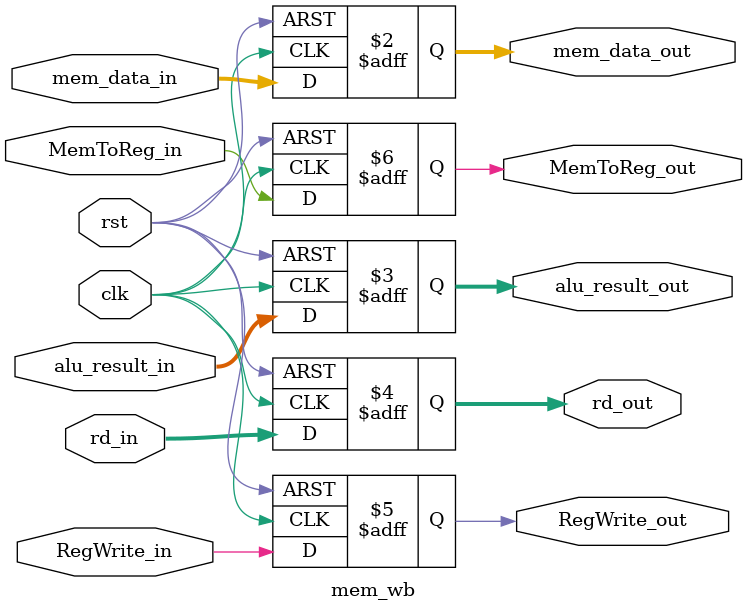
<source format=v>
module mem_wb (
    input clk,
    input rst,

    input  [31:0] mem_data_in,
    input  [31:0] alu_result_in,
    input  [4:0]  rd_in,

    input         RegWrite_in,
    input         MemToReg_in,

    output reg [31:0] mem_data_out,
    output reg [31:0] alu_result_out,
    output reg [4:0]  rd_out,

    output reg        RegWrite_out,
    output reg        MemToReg_out
);

    always @(posedge clk or posedge rst) begin
        if (rst) begin
            mem_data_out   <= 0;
            alu_result_out <= 0;
            rd_out         <= 0;
            RegWrite_out   <= 0;
            MemToReg_out   <= 0;
        end else begin
            mem_data_out   <= mem_data_in;
            alu_result_out <= alu_result_in;
            rd_out         <= rd_in;
            RegWrite_out   <= RegWrite_in;
            MemToReg_out   <= MemToReg_in;
        end
    end

endmodule


</source>
